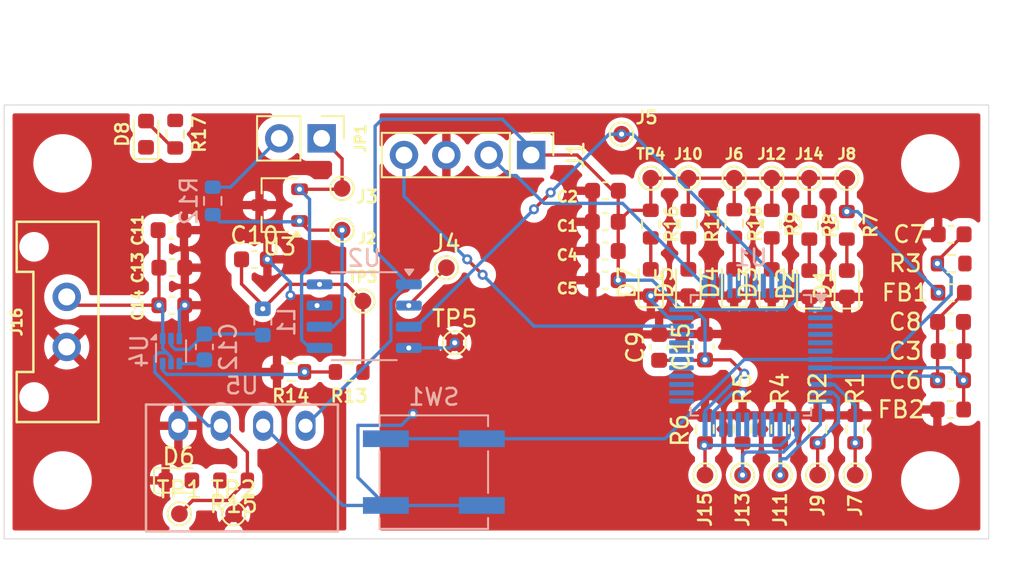
<source format=kicad_pcb>
(kicad_pcb (version 20240108) (generator "pcbnew") (generator_version "8.0")
  (layers (0 "F.Cu" signal) (31 "B.Cu" signal) (34 "B.Paste" user) (35 "F.Paste" user) (36 "B.SilkS" user "B.Silkscreen") (37 "F.SilkS" user "F.Silkscreen") (38 "B.Mask" user) (39 "F.Mask" user) (44 "Edge.Cuts" user))
  (net 0 "")
  (net 1 "GND")
  (net 2 "+3.3V")
  (net 3 "VDDA")
  (net 4 "GNDA")
  (net 5 "/NRST")
  (net 6 "+12V")
  (net 7 "GNDPWR")
  (net 8 "/PowerDist/BST")
  (net 9 "/PowerDist/SW")
  (net 10 "/3V3_Bus")
  (net 11 "Net-(D1-A)")
  (net 12 "Net-(D2-A)")
  (net 13 "Net-(D3-A)")
  (net 14 "Net-(D4-A)")
  (net 15 "Net-(D5-A)")
  (net 16 "Net-(D6-A)")
  (net 17 "/PowerDist/Fault")
  (net 18 "Net-(D7-A)")
  (net 19 "Net-(D8-A)")
  (net 20 "/RGEN_E-")
  (net 21 "/CRS_SET-")
  (net 22 "/REG-")
  (net 23 "/TSS-")
  (net 24 "/HRN_PD-")
  (net 25 "/SWCLK")
  (net 26 "/SWDIO")
  (net 27 "/CAN_L")
  (net 28 "/CAN/TERM_H")
  (net 29 "VDD")
  (net 30 "/PowerDist/FB")
  (net 31 "/12V_Ext")
  (net 32 "/CAN_H")
  (net 35 "/USART1_RX")
  (net 39 "/PB5")
  (net 43 "/CAN_RX")
  (net 45 "/PB2")
  (net 46 "/PB4")
  (net 53 "/USART1_TX")
  (net 60 "/PB3")
  (net 63 "/PB1")
  (net 64 "/CAN_TX")
  (footprint "TestPoint:TestPoint_Pad_D1.0mm" (layer "F.Cu") (at 141.5 89.5)
    (property "Reference" "J2")
    (property "Value" "Conn_01x01_Pin")
  )
  (footprint "TestPoint:TestPoint_Pad_D1.0mm" (layer "F.Cu") (at 131.75 106.5)
    (property "Reference" "TP1")
    (property "Value" "TestPoint")
  )
  (footprint "Inductor_SMD:L_0603_1608Metric" (layer "F.Cu") (at 178 93.25)
    (property "Reference" "FB1")
    (property "Value" "FerriteBead")
  )
  (footprint "Capacitor_SMD:C_0603_1608Metric" (layer "F.Cu") (at 131.25 89.5)
    (property "Reference" "C11")
    (property "Value" "10uF")
  )
  (footprint "Capacitor_SMD:C_0603_1608Metric" (layer "F.Cu") (at 177.9625 98.5)
    (property "Reference" "C6")
    (property "Value" "100nF")
  )
  (footprint "LED_SMD:LED_0603_1608Metric" (layer "F.Cu") (at 160 92.6375 90)
    (property "Reference" "D7")
    (property "Value" "3.3V")
  )
  (footprint "TestPoint:TestPoint_Pad_D1.0mm" (layer "F.Cu") (at 142.75 93.75)
    (property "Reference" "TP3")
    (property "Value" "TestPoint")
  )
  (footprint "Capacitor_SMD:C_0603_1608Metric" (layer "F.Cu") (at 160.5 96.525 90)
    (property "Reference" "C9")
    (property "Value" "100nF")
  )
  (footprint "MountingHole:MountingHole_3mm" (layer "F.Cu") (at 176.75 85.5)
    (property "Reference" "MH1" (hide yes))
    (property "Value" "M.3")
  )
  (footprint "Resistor_SMD:R_0603_1608Metric" (layer "F.Cu") (at 169.5 89.2125 -90)
    (property "Reference" "R8")
    (property "Value" "R_US")
  )
  (footprint "Resistor_SMD:R_0603_1608Metric" (layer "F.Cu") (at 167.25 89.1375 -90)
    (property "Reference" "R9")
    (property "Value" "R_US")
  )
  (footprint "LED_SMD:LED_0603_1608Metric" (layer "F.Cu") (at 162.25 92.6375 90)
    (property "Reference" "D5")
    (property "Value" "LED")
  )
  (footprint "TestPoint:TestPoint_Pad_D1.0mm" (layer "F.Cu") (at 167.75 104.175 90)
    (property "Reference" "J11")
    (property "Value" "Conn_01x01_Pin")
  )
  (footprint "TestPoint:TestPoint_Pad_D1.0mm" (layer "F.Cu") (at 165 86.3875)
    (property "Reference" "J6")
    (property "Value" "Conn_01x01_Pin")
  )
  (footprint "Resistor_SMD:R_0603_1608Metric" (layer "F.Cu") (at 141.925 98 180)
    (property "Reference" "R13")
    (property "Value" "45.3k")
  )
  (footprint "Package_TO_SOT_SMD:SOT-23W" (layer "F.Cu") (at 137.75 88 180)
    (property "Reference" "U3")
    (property "Value" "CDSOT23-T24CAN")
  )
  (footprint "LED_SMD:LED_0603_1608Metric" (layer "F.Cu") (at 131.7125 104.5)
    (property "Reference" "D6")
    (property "Value" "12V")
  )
  (footprint "Resistor_SMD:R_0603_1608Metric" (layer "F.Cu") (at 170 101.425 -90)
    (property "Reference" "R2")
    (property "Value" "10k")
  )
  (footprint "Capacitor_SMD:C_0603_1608Metric" (layer "F.Cu") (at 178 96.75)
    (property "Reference" "C3")
    (property "Value" "100nF")
  )
  (footprint "LED_SMD:LED_0603_1608Metric" (layer "F.Cu") (at 169.5 92.7125 90)
    (property "Reference" "D2")
    (property "Value" "LED")
  )
  (footprint "Resistor_SMD:R_0603_1608Metric" (layer "F.Cu") (at 171.75 89.2125 -90)
    (property "Reference" "R7")
    (property "Value" "R_US")
  )
  (footprint "Resistor_SMD:R_0603_1608Metric" (layer "F.Cu") (at 165 89.1 -90)
    (property "Reference" "R10")
    (property "Value" "R_US")
  )
  (footprint "Connector_PinHeader_2.54mm:PinHeader_1x02_P2.54mm_Vertical" (layer "F.Cu") (at 140.275 84 -90)
    (property "Reference" "JP1")
    (property "Value" "Termination Resistors")
  )
  (footprint "Resistor_SMD:R_0603_1608Metric" (layer "F.Cu") (at 131.5 83.75 -90)
    (property "Reference" "R17")
    (property "Value" "22.1k")
  )
  (footprint "Inductor_SMD:L_0603_1608Metric" (layer "F.Cu") (at 177.9625 100.25)
    (property "Reference" "FB2")
    (property "Value" "FerriteBead")
  )
  (footprint "Capacitor_SMD:C_0603_1608Metric" (layer "F.Cu") (at 136.25 91.25)
    (property "Reference" "C10")
    (property "Value" "100nF")
  )
  (footprint "Resistor_SMD:R_0603_1608Metric" (layer "F.Cu") (at 138.425 98 180)
    (property "Reference" "R14")
    (property "Value" "10k")
  )
  (footprint "Resistor_SMD:R_0603_1608Metric" (layer "F.Cu") (at 172.25 101.425 90)
    (property "Reference" "R1")
    (property "Value" "10k")
  )
  (footprint "Connector_PinHeader_2.54mm:PinHeader_1x04_P2.54mm_Vertical" (layer "F.Cu") (at 152.83 85 -90)
    (property "Reference" "J1")
    (property "Value" "SWD")
  )
  (footprint "TestPoint:TestPoint_Pad_D1.0mm" (layer "F.Cu") (at 171.75 86.3875)
    (property "Reference" "J8")
    (property "Value" "Conn_01x01_Pin")
  )
  (footprint "TestPoint:TestPoint_Pad_D1.0mm" (layer "F.Cu") (at 162.25 86.3875)
    (property "Reference" "J10")
    (property "Value" "Conn_01x01_Pin")
  )
  (footprint "TestPoint:TestPoint_Pad_D1.0mm" (layer "F.Cu") (at 172.25 104.175 90)
    (property "Reference" "J7")
    (property "Value" "Conn_01x01_Pin")
  )
  (footprint "Resistor_SMD:R_0603_1608Metric" (layer "F.Cu") (at 135 104.5 180)
    (property "Reference" "R15")
    (property "Value" "22.1k")
  )
  (footprint "Capacitor_SMD:C_0603_1608Metric" (layer "F.Cu") (at 157.275 89 180)
    (property "Reference" "C1")
    (property "Value" "4.7uF")
  )
  (footprint "TestPoint:TestPoint_Pad_D1.0mm" (layer "F.Cu") (at 141.5 87)
    (property "Reference" "J3")
    (property "Value" "Conn_01x01_Pin")
  )
  (footprint "Capacitor_SMD:C_0603_1608Metric" (layer "F.Cu") (at 178 89.75 180)
    (property "Reference" "C7")
    (property "Value" "100nF")
  )
  (footprint "Resistor_SMD:R_0603_1608Metric" (layer "F.Cu") (at 178 91.5 180)
    (property "Reference" "R3")
    (property "Value" "10K")
  )
  (footprint "LED_SMD:LED_0603_1608Metric" (layer "F.Cu") (at 171.75 92.7125 90)
    (property "Reference" "D1")
    (property "Value" "LED")
  )
  (footprint "Resistor_SMD:R_0603_1608Metric" (layer "F.Cu") (at 163.25 101.425 -90)
    (property "Reference" "R6")
    (property "Value" "10k")
  )
  (footprint "Capacitor_SMD:C_0603_1608Metric" (layer "F.Cu") (at 157.275 92.5 180)
    (property "Reference" "C5")
    (property "Value" "100nF")
  )
  (footprint "TestPoint:TestPoint_Pad_D1.0mm" (layer "F.Cu") (at 148.25 96.25)
    (property "Reference" "TP5")
    (property "Value" "TestPoint")
  )
  (footprint "LED_SMD:LED_0603_1608Metric" (layer "F.Cu") (at 129.75 83.75 90)
    (property "Reference" "D8")
    (property "Value" "12V")
  )
  (footprint "Capacitor_SMD:C_0603_1608Metric" (layer "F.Cu") (at 177.9625 95)
    (property "Reference" "C8")
    (property "Value" "100nF")
  )
  (footprint "TestPoint:TestPoint_Pad_D1.0mm" (layer "F.Cu") (at 170 104.175 90)
    (property "Reference" "J9")
    (property "Value" "Conn_01x01_Pin")
  )
  (footprint "Resistor_SMD:R_0603_1608Metric" (layer "F.Cu") (at 162.25 89.1375 -90)
    (property "Reference" "R11")
    (property "Value" "R_US")
  )
  (footprint "MountingHole:MountingHole_3mm" (layer "F.Cu") (at 124.75 104.5)
    (property "Reference" "MH3" (hide yes))
    (property "Value" "M.3")
  )
  (footprint "MountingHole:MountingHole_3mm" (layer "F.Cu") (at 124.75 85.5)
    (property "Reference" "MH2" (hide yes))
    (property "Value" "M.3")
  )
  (footprint "Resistor_SMD:R_0603_1608Metric" (layer "F.Cu") (at 165.5 101.425 -90)
    (property "Reference" "R5")
    (property "Value" "10k")
  )
  (footprint "TestPoint:TestPoint_Pad_D1.0mm" (layer "F.Cu") (at 167.25 86.3875)
    (property "Reference" "J12")
    (property "Value" "Conn_01x01_Pin")
  )
  (footprint "TestPoint:TestPoint_Pad_D1.0mm" (layer "F.Cu") (at 135 106.5)
    (property "Reference" "TP2")
    (property "Value" "TestPoint")
  )
  (footprint "TestPoint:TestPoint_Pad_D1.0mm" (layer "F.Cu") (at 163.25 104.175 90)
    (property "Reference" "J15")
    (property "Value" "Conn_01x01_Pin")
  )
  (footprint "TestPoint:TestPoint_Pad_D1.0mm" (layer "F.Cu") (at 169.5 86.3875)
    (property "Reference" "J14")
    (property "Value" "Conn_01x01_Pin")
  )
  (footprint "LED_SMD:LED_0603_1608Metric" (layer "F.Cu") (at 165 92.6375 90)
    (property "Reference" "D4")
    (property "Value" "LED")
  )
  (footprint "Capacitor_SMD:C_0603_1608Metric" (layer "F.Cu") (at 131.3 94)
    (property "Reference" "C14")
    (property "Value" "10uF")
  )
  (footprint "TestPoint:TestPoint_Pad_D1.0mm" (layer "F.Cu") (at 158.25 83.75)
    (property "Reference" "J5")
    (property "Value" "Conn_01x01_Pin")
  )
  (footprint "Capacitor_SMD:C_0603_1608Metric" (layer "F.Cu") (at 131.3 91.75)
    (property "Reference" "C13")
    (property "Value" "10uF")
  )
  (footprint "LED_SMD:LED_0603_1608Metric" (layer "F.Cu") (at 167.25 92.6375 90)
    (property "Reference" "D3")
    (property "Value" "LED")
  )
  (footprint "Capacitor_SMD:C_0603_1608Metric" (layer "F.Cu") (at 157.275 90.75 180)
    (property "Reference" "C4")
    (property "Value" "100nF")
  )
  (footprint "TestPoint:TestPoint_Pad_D1.0mm" (layer "F.Cu") (at 165.5 104.175 90)
    (property "Reference" "J13")
    (property "Value" "Conn_01x01_Pin")
  )
  (footprint "Resistor_SMD:R_0603_1608Metric" (layer "F.Cu") (at 160 89.1375 -90)
    (property "Reference" "R16")
    (property "Value" "2.2k")
  )
  (footprint "MountingHole:MountingHole_3mm" (layer "F.Cu") (at 176.75 104.5)
    (property "Reference" "MH4" (hide yes))
    (property "Value" "M.3")
  )
  (footprint "TestPoint:TestPoint_Pad_D1.0mm" (layer "F.Cu") (at 147.75 91.75)
    (property "Reference" "J4")
    (property "Value" "Conn_01x01_Pin")
  )
  (footprint "UTSVT_Connectors:Molex_MicroFit3.0_1x2xP3.00mm_PolarizingPeg_Vertical" (layer "F.Cu") (at 125 96.5 90)
    (property "Reference" "J16")
    (property "Value" "Conn_01x02_Pin")
  )
  (footprint "Capacitor_SMD:C_0603_1608Metric" (layer "F.Cu") (at 163.25 96.5 90)
    (property "Reference" "C15")
    (property "Value" "10uF")
  )
  (footprint "TestPoint:TestPoint_Pad_D1.0mm" (layer "F.Cu") (at 160 86.3875)
    (property "Reference" "TP4")
    (property "Value" "TestPoint")
  )
  (footprint "Capacitor_SMD:C_0603_1608Metric" (layer "F.Cu") (at 157.2825 87.14 180)
    (property "Reference" "C2")
    (property "Value" "300nF")
  )
  (footprint "Resistor_SMD:R_0603_1608Metric" (layer "F.Cu") (at 167.75 101.425 -90)
    (property "Reference" "R4")
    (property "Value" "10k")
  )
  (footprint "Package_TO_SOT_SMD:SOT-563" (layer "B.Cu") (at 131.25 96.75 -90)
    (property "Reference" "U4")
    (property "Value" "TPS562231DRLR")
  )
  (footprint "Inductor_SMD:L_0603_1608Metric" (layer "B.Cu") (at 136.75 95 90)
    (property "Reference" "L1")
    (property "Value" "3.3uH")
  )
  (footprint "Capacitor_SMD:C_0603_1608Metric" (layer "B.Cu") (at 133.25 96.5 90)
    (property "Reference" "C12")
    (property "Value" "100nF")
  )
  (footprint "UTSVT_ICs:RI3_DC_Converter" (layer "B.Cu") (at 135.5 101.2227)
    (property "Reference" "U5")
    (property "Value" "RO-123.3S")
  )
  (footprint "Package_QFP:LQFP-48_7x7mm_P0.5mm" (layer "B.Cu") (at 166 97 180)
    (property "Reference" "U1")
    (property "Value" "STM32L431CBTx")
  )
  (footprint "Button_Switch_SMD:SW_SPST_B3SL-1002P" (layer "B.Cu") (at 147 104 180)
    (property "Reference" "SW1")
    (property "Value" "Reset")
  )
  (footprint "Resistor_SMD:R_0603_1608Metric" (layer "B.Cu") (at 133.75 87.75 -90)
    (property "Reference" "R12")
    (property "Value" "120")
  )
  (footprint "Package_SO:SSOP-8_3.9x5.05mm_P1.27mm" (layer "B.Cu") (at 142.825 94.655 180)
    (property "Reference" "U2")
    (property "Value" "ISO1044BD")
  )
  (gr_rect (start 121.25 82) (end 180.25 108) (stroke (width 0.05)) (fill none) (layer "Edge.Cuts"))
  (segment (start 145.75 100.5) (end 145.75 96.81) (width 0.2) (layer "F.Cu") (net 1))
  (segment (start 165.5 99.25) (end 165.5 100.6) (width 0.2) (layer "F.Cu") (net 1))
  (segment (start 145.75 96.81) (end 145.5 96.56) (width 0.2) (layer "F.Cu") (net 1))
  (via (at 160 93.4375) (size 0.6) (drill 0.3) (layers "F.Cu" "B.Cu") (net 1))
  (via (at 148.25 96.25) (size 0.6) (drill 0.3) (layers "F.Cu" "B.Cu") (net 1))
  (via (at 145.5 96.56) (size 0.6) (drill 0.3) (layers "F.Cu" "B.Cu") (net 1))
  (via (at 145.75 100.5) (size 0.6) (drill 0.3) (layers "F.Cu" "B.Cu") (net 1))
  (via (at 165.5 99.25) (size 0.6) (drill 0.3) (layers "F.Cu" "B.Cu") (net 1))
  (segment (start 145.05 101.2) (end 145.75 100.5) (width 0.2) (layer "B.Cu") (net 1))
  (segment (start 141.5473 106) (end 136.77 101.2227) (width 0.2) (layer "B.Cu") (net 1))
  (segment (start 144.125 106) (end 149.875 106) (width 0.2) (layer "B.Cu") (net 1))
  (segment (start 161.8375 94.75) (end 161.06759 94.75) (width 0.2) (layer "B.Cu") (net 1))
  (segment (start 144.125 106) (end 141.5473 106) (width 0.2) (layer "B.Cu") (net 1))
  (segment (start 145.5 96.56) (end 147.94 96.56) (width 0.2) (layer "B.Cu") (net 1))
  (segment (start 145 101.2) (end 145.05 101.2) (width 0.2) (layer "B.Cu") (net 1))
  (segment (start 163.75 100.39259) (end 164.89259 99.25) (width 0.2) (layer "B.Cu") (net 1))
  (segment (start 164.89259 99.25) (end 165.5 99.25) (width 0.2) (layer "B.Cu") (net 1))
  (segment (start 142.45 104.325) (end 142.45 101.2) (width 0.2) (layer "B.Cu") (net 1))
  (segment (start 160 93.68241) (end 160 93.4375) (width 0.2) (layer "B.Cu") (net 1))
  (segment (start 144.125 106) (end 142.45 104.325) (width 0.2) (layer "B.Cu") (net 1))
  (segment (start 161.06759 94.75) (end 160 93.68241) (width 0.2) (layer "B.Cu") (net 1))
  (segment (start 142.45 101.2) (end 145 101.2) (width 0.2) (layer "B.Cu") (net 1))
  (segment (start 147.94 96.56) (end 148.25 96.25) (width 0.2) (layer "B.Cu") (net 1))
  (segment (start 163.75 101.1625) (end 163.75 100.39259) (width 0.2) (layer "B.Cu") (net 1))
  (segment (start 160 86.3875) (end 171.75 86.3875) (width 0.2) (layer "F.Cu") (net 2))
  (segment (start 160 88.3125) (end 158.7375 88.3125) (width 0.2) (layer "F.Cu") (net 2))
  (segment (start 152.83 85) (end 155.591196 85) (width 0.2) (layer "F.Cu") (net 2))
  (segment (start 160 86.3875) (end 160 88.3125) (width 0.2) (layer "F.Cu") (net 2))
  (segment (start 171.75 86.3875) (end 171.75 88.3875) (width 0.2) (layer "F.Cu") (net 2))
  (segment (start 165 86.3875) (end 165 88.275) (width 0.2) (layer "F.Cu") (net 2))
  (segment (start 165.60297 98.10297) (end 164.775 97.275) (width 0.2) (layer "F.Cu") (net 2))
  (segment (start 164.775 97.275) (end 163.25 97.275) (width 0.2) (layer "F.Cu") (net 2))
  (segment (start 162.25 86.3875) (end 162.25 88.3125) (width 0.2) (layer "F.Cu") (net 2))
  (segment (start 158.7375 88.3125) (end 158.05 89) (width 0.2) (layer "F.Cu") (net 2))
  (segment (start 160.5 97.3) (end 163.225 97.3) (width 0.2) (layer "F.Cu") (net 2))
  (segment (start 155.591196 85) (end 158.05 87.458804) (width 0.2) (layer "F.Cu") (net 2))
  (segment (start 169.5 86.3875) (end 169.5 88.3875) (width 0.2) (layer "F.Cu") (net 2))
  (segment (start 167.25 86.3875) (end 167.25 88.3125) (width 0.2) (layer "F.Cu") (net 2))
  (segment (start 163.225 97.3) (end 163.25 97.275) (width 0.2) (layer "F.Cu") (net 2))
  (segment (start 158.05 87.458804) (end 158.05 92.5) (width 0.2) (layer "F.Cu") (net 2))
  (segment (start 177.2125 93.25) (end 177.25 93.25) (width 0.2) (layer "F.Cu") (net 2))
  (via (at 158.05 92.5) (size 0.6) (drill 0.3) (layers "F.Cu" "B.Cu") (net 2))
  (via (at 177.25 93.25) (size 0.6) (drill 0.3) (layers "F.Cu" "B.Cu") (net 2))
  (via (at 165.60297 98.10297) (size 0.6) (drill 0.3) (layers "F.Cu" "B.Cu") (net 2))
  (via (at 171.75 88.3875) (size 0.6) (drill 0.3) (layers "F.Cu" "B.Cu") (net 2))
  (via (at 163.25 97.275) (size 0.6) (drill 0.3) (layers "F.Cu" "B.Cu") (net 2))
  (segment (start 162.60741 94.25) (end 161.8375 94.25) (width 0.2) (layer "B.Cu") (net 2))
  (segment (start 163.25 94.89259) (end 162.60741 94.25) (width 0.2) (layer "B.Cu") (net 2))
  (segment (start 161.8375 94.25) (end 160.0875 92.5) (width 0.2) (layer "B.Cu") (net 2))
  (segment (start 163.25 97.275) (end 163.25 94.89259) (width 0.2) (layer "B.Cu") (net 2))
  (segment (start 139.31 101.2227) (end 144.425 96.1077) (width 0.2) (layer "B.Cu") (net 2))
  (segment (start 160.0875 92.5) (end 158.05 92.5) (width 0.2) (layer "B.Cu") (net 2))
  (segment (start 172.3875 88.3875) (end 171.75 88.3875) (width 0.2) (layer "B.Cu") (net 2))
  (segment (start 161.8375 94.25) (end 168.10741 94.25) (width 0.2) (layer "B.Cu") (net 2))
  (segment (start 165.473934 98.10297) (end 165.60297 98.10297) (width 0.2) (layer "B.Cu") (net 2))
  (segment (start 151.1 82.85) (end 143.9 82.85) (width 0.2) (layer "B.Cu") (net 2))
  (segment (start 144.425 96.1077) (end 144.425 93.679448) (width 0.2) (layer "B.Cu") (net 2))
  (segment (start 144.425 93.679448) (end 145.354448 92.75) (width 0.2) (layer "B.Cu") (net 2))
  (segment (start 152.83 84.58) (end 151.1 82.85) (width 0.2) (layer "B.Cu") (net 2))
  (segment (start 163.25 100.326904) (end 165.473934 98.10297) (width 0.2) (layer "B.Cu") (net 2))
  (segment (start 168.10741 94.25) (end 168.75 93.60741) (width 0.2) (layer "B.Cu") (net 2))
  (segment (start 143.48 83.27) (end 143.48 90.73) (width 0.2) (layer "B.Cu") (net 2))
  (segment (start 177.25 93.25) (end 172.3875 88.3875) (width 0.2) (layer "B.Cu") (net 2))
  (segment (start 163.25 101.1625) (end 163.25 100.326904) (width 0.2) (layer "B.Cu") (net 2))
  (segment (start 143.9 82.85) (end 143.48 83.27) (width 0.2) (layer "B.Cu") (net 2))
  (segment (start 168.75 93.60741) (end 168.75 92.8375) (width 0.2) (layer "B.Cu") (net 2))
  (segment (start 152.83 85) (end 152.83 84.58) (width 0.2) (layer "B.Cu") (net 2))
  (segment (start 145.354448 92.75) (end 145.5 92.75) (width 0.2) (layer "B.Cu") (net 2))
  (segment (start 143.48 90.73) (end 145.5 92.75) (width 0.2) (layer "B.Cu") (net 2))
  (segment (start 178.7875 93.25) (end 177.1875 94.85) (width 0.2) (layer "F.Cu") (net 3))
  (segment (start 177.1875 94.85) (end 177.1875 98.5) (width 0.2) (layer "F.Cu") (net 3))
  (via (at 177.1875 98.5) (size 0.6) (drill 0.3) (layers "F.Cu" "B.Cu") (net 3))
  (segment (start 170.1625 98.25) (end 176.9375 98.25) (width 0.2) (layer "B.Cu") (net 3))
  (segment (start 176.9375 98.25) (end 177.1875 98.5) (width 0.2) (layer "B.Cu") (net 3))
  (segment (start 178.75 95.0125) (end 178.7375 95) (width 0.2) (layer "F.Cu") (net 4))
  (segment (start 178.75 100.25) (end 178.75 95.0125) (width 0.2) (layer "F.Cu") (net 4))
  (via (at 178.7375 98.5) (size 0.6) (drill 0.3) (layers "F.Cu" "B.Cu") (net 4))
  (segment (start 170.1625 97.75) (end 177.9875 97.75) (width 0.2) (layer "B.Cu") (net 4))
  (segment (start 177.9875 97.75) (end 178.7375 98.5) (width 0.2) (layer "B.Cu") (net 4))
  (segment (start 177.175 91.35) (end 178.775 89.75) (width 0.2) (layer "F.Cu") (net 5))
  (segment (start 177.175 91.5) (end 177.175 91.35) (width 0.2) (layer "F.Cu") (net 5))
  (via (at 177.175 91.5) (size 0.6) (drill 0.3) (layers "F.Cu" "B.Cu") (net 5))
  (segment (start 178 93.348529) (end 178 92.325) (width 0.2) (layer "B.Cu") (net 5))
  (segment (start 149.875 102) (end 160.85741 102) (width 0.2) (layer "B.Cu") (net 5))
  (segment (start 160.85741 102) (end 165.60741 97.25) (width 0.2) (layer "B.Cu") (net 5))
  (segment (start 174.098529 97.25) (end 178 93.348529) (width 0.2) (layer "B.Cu") (net 5))
  (segment (start 144.125 102) (end 149.875 102) (width 0.2) (layer "B.Cu") (net 5))
  (segment (start 165.60741 97.25) (end 170.1625 97.25) (width 0.2) (layer "B.Cu") (net 5))
  (segment (start 170.1625 97.25) (end 174.098529 97.25) (width 0.2) (layer "B.Cu") (net 5))
  (segment (start 178 92.325) (end 177.175 91.5) (width 0.2) (layer "B.Cu") (net 5))
  (segment (start 132.55 105.7) (end 134.625 105.7) (width 0.2) (layer "F.Cu") (net 6))
  (segment (start 131.75 106.5) (end 132.55 105.7) (width 0.2) (layer "F.Cu") (net 6))
  (segment (start 135.825 102.8177) (end 134.23 101.2227) (width 0.2) (layer "F.Cu") (net 6))
  (segment (start 130.525 94) (end 125.5 94) (width 0.2) (layer "F.Cu") (net 6))
  (segment (start 125.5 94) (end 125 93.5) (width 0.2) (layer "F.Cu") (net 6))
  (segment (start 130.525 94) (end 130.525 89.55) (width 0.2) (layer "F.Cu") (net 6))
  (segment (start 130.525 89.55) (end 130.475 89.5) (width 0.2) (layer "F.Cu") (net 6))
  (segment (start 134.625 105.7) (end 135.825 104.5) (width 0.2) (layer "F.Cu") (net 6))
  (segment (start 135.825 104.5) (end 135.825 102.8177) (width 0.2) (layer "F.Cu") (net 6))
  (via (at 130.525 94) (size 0.6) (drill 0.3) (layers "F.Cu" "B.Cu") (net 6))
  (segment (start 133.4727 101.2227) (end 134.23 101.2227) (width 0.2) (layer "B.Cu") (net 6))
  (segment (start 130.996828 96.85) (end 130.503172 96.85) (width 0.2) (layer "B.Cu") (net 6))
  (segment (start 130.28 97.073172) (end 130.28 98.03) (width 0.2) (layer "B.Cu") (net 6))
  (segment (start 130.75 96) (end 130.75 94.225) (width 0.2) (layer "B.Cu") (net 6))
  (segment (start 130.503172 96.85) (end 130.28 97.073172) (width 0.2) (layer "B.Cu") (net 6))
  (segment (start 131.25 97.103172) (end 130.996828 96.85) (width 0.2) (layer "B.Cu") (net 6))
  (segment (start 130.75 96) (end 130.75 96.603172) (width 0.2) (layer "B.Cu") (net 6))
  (segment (start 130.75 94.225) (end 130.525 94) (width 0.2) (layer "B.Cu") (net 6))
  (segment (start 130.28 98.03) (end 133.4727 101.2227) (width 0.2) (layer "B.Cu") (net 6))
  (segment (start 131.25 97.5) (end 131.25 97.103172) (width 0.2) (layer "B.Cu") (net 6))
  (segment (start 130.75 96.603172) (end 131.25 97.103172) (width 0.2) (layer "B.Cu") (net 6))
  (segment (start 140 94.02) (end 139.02 94.02) (width 0.2) (layer "F.Cu") (net 7))
  (segment (start 139.02 94.02) (end 138.405515 93.405515) (width 0.2) (layer "F.Cu") (net 7))
  (via (at 137.025 91.25) (size 0.6) (drill 0.3) (layers "F.Cu" "B.Cu") (net 7))
  (via (at 140 94.02) (size 0.6) (drill 0.3) (layers "F.Cu" "B.Cu") (net 7))
  (via (at 138.405515 93.405515) (size 0.6) (drill 0.3) (layers "F.Cu" "B.Cu") (net 7))
  (via (at 132.075 94) (size 0.6) (drill 0.3) (layers "F.Cu" "B.Cu") (net 7))
  (segment (start 131.75 96) (end 131.75 94.325) (width 0.2) (layer "B.Cu") (net 7))
  (segment (start 131.75 94.325) (end 132.075 94) (width 0.2) (layer "B.Cu") (net 7))
  (segment (start 140 94.02) (end 139.87 94.02) (width 0.2) (layer "B.Cu") (net 7))
  (segment (start 140.15 94.02) (end 140 94.02) (width 0.2) (layer "B.Cu") (net 7))
  (segment (start 138.405515 92.630515) (end 137.025 91.25) (width 0.2) (layer "B.Cu") (net 7))
  (segment (start 138.405515 93.405515) (end 138.405515 92.630515) (width 0.2) (layer "B.Cu") (net 7))
  (segment (start 131.75 97.5) (end 133.025 97.5) (width 0.2) (layer "B.Cu") (net 8))
  (segment (start 133.025 97.5) (end 133.25 97.275) (width 0.2) (layer "B.Cu") (net 8))
  (segment (start 131.503172 96.65) (end 132.325 96.65) (width 0.2) (layer "B.Cu") (net 9))
  (segment (start 132.325 96.65) (end 133.25 95.725) (width 0.2) (layer "B.Cu") (net 9))
  (segment (start 136.6875 95.725) (end 136.75 95.7875) (width 0.2) (layer "B.Cu") (net 9))
  (segment (start 131.25 96.396828) (end 131.503172 96.65) (width 0.2) (layer "B.Cu") (net 9))
  (segment (start 133.25 95.725) (end 136.6875 95.725) (width 0.2) (layer "B.Cu") (net 9))
  (segment (start 131.25 96) (end 131.25 96.396828) (width 0.2) (layer "B.Cu") (net 9))
  (segment (start 142.75 93.75) (end 141.75 92.75) (width 0.2) (layer "F.Cu") (net 10))
  (segment (start 141.75 92.75) (end 140.15 92.75) (width 0.2) (layer "F.Cu") (net 10))
  (segment (start 135.475 92.725) (end 135.475 91.25) (width 0.2) (layer "F.Cu") (net 10))
  (segment (start 142.75 93.75) (end 142.75 98) (width 0.2) (layer "F.Cu") (net 10))
  (segment (start 136.75 94.2125) (end 136.75 94) (width 0.2) (layer "F.Cu") (net 10))
  (segment (start 136.75 94) (end 135.475 92.725) (width 0.2) (layer "F.Cu") (net 10))
  (segment (start 138.2125 92.75) (end 136.75 94.2125) (width 0.2) (layer "F.Cu") (net 10))
  (segment (start 140.15 92.75) (end 138.2125 92.75) (width 0.2) (layer "F.Cu") (net 10))
  (via (at 136.75 94.2125) (size 0.6) (drill 0.3) (layers "F.Cu" "B.Cu") (net 10))
  (via (at 140.15 92.75) (size 0.6) (drill 0.3) (layers "F.Cu" "B.Cu") (net 10))
  (segment (start 171.75 90.0375) (end 171.75 91.925) (width 0.2) (layer "F.Cu") (net 11))
  (segment (start 169.5 90.0375) (end 169.5 91.925) (width 0.2) (layer "F.Cu") (net 12))
  (segment (start 167.25 89.9625) (end 167.25 91.85) (width 0.2) (layer "F.Cu") (net 13))
  (segment (start 165 89.925) (end 165 91.85) (width 0.2) (layer "F.Cu") (net 14))
  (segment (start 162.25 89.9625) (end 162.25 91.85) (width 0.2) (layer "F.Cu") (net 15))
  (segment (start 160 89.9625) (end 160 91.85) (width 0.2) (layer "F.Cu") (net 18))
  (segment (start 131.3625 84.575) (end 129.75 82.9625) (width 0.2) (layer "F.Cu") (net 19))
  (segment (start 131.5 84.575) (end 131.3625 84.575) (width 0.2) (layer "F.Cu") (net 19))
  (segment (start 172.25 102.25) (end 172.25 104.175) (width 0.2) (layer "F.Cu") (net 20))
  (via (at 172.25 102.25) (size 0.6) (drill 0.3) (layers "F.Cu" "B.Cu") (net 20))
  (segment (start 170.1625 98.75) (end 170.998096 98.75) (width 0.2) (layer "B.Cu") (net 20))
  (segment (start 172.25 100.001904) (end 172.25 102.25) (width 0.2) (layer "B.Cu") (net 20))
  (segment (start 170.998096 98.75) (end 172.25 100.001904) (width 0.2) (layer "B.Cu") (net 20))
  (segment (start 170 102.25) (end 170 104.175) (width 0.2) (layer "F.Cu") (net 21))
  (via (at 170 102.25) (size 0.6) (drill 0.3) (layers "F.Cu" "B.Cu") (net 21))
  (segment (start 171.25 99.56759) (end 171.25 101) (width 0.2) (layer "B.Cu") (net 21))
  (segment (start 171.25 101) (end 170 102.25) (width 0.2) (layer "B.Cu") (net 21))
  (segment (start 170.93241 99.25) (end 171.25 99.56759) (width 0.2) (layer "B.Cu") (net 21))
  (segment (start 170.1625 99.25) (end 170.93241 99.25) (width 0.2) (layer "B.Cu") (net 21))
  (segment (start 167.75 102.25) (end 167.75 104.175) (width 0.2) (layer "F.Cu") (net 22))
  (via (at 167.75 104.175) (size 0.6) (drill 0.3) (layers "F.Cu" "B.Cu") (net 22))
  (segment (start 167.78241 104.14259) (end 167.75 104.175) (width 0.2) (layer "B.Cu") (net 22))
  (segment (start 170.1625 99.75) (end 170.1625 101.151282) (width 0.2) (layer "B.Cu") (net 22))
  (segment (start 168.113782 103.2) (end 167.78241 103.2) (width 0.2) (layer "B.Cu") (net 22))
  (segment (start 170.1625 101.151282) (end 168.113782 103.2) (width 0.2) (layer "B.Cu") (net 22))
  (segment (start 167.78241 103.2) (end 167.78241 104.14259) (width 0.2) (layer "B.Cu") (net 22))
  (segment (start 165.5 102.25) (end 165.5 104.175) (width 0.2) (layer "F.Cu") (net 23))
  (via (at 165.5 104.175) (size 0.6) (drill 0.3) (layers "F.Cu" "B.Cu") (net 23))
  (segment (start 168.75 101.998096) (end 167.948096 102.8) (width 0.2) (layer "B.Cu") (net 23))
  (segment (start 165.7 102.8) (end 165.5 103) (width 0.2) (layer "B.Cu") (net 23))
  (segment (start 165.5 103) (end 165.5 104.175) (width 0.2) (layer "B.Cu") (net 23))
  (segment (start 167.948096 102.8) (end 165.7 102.8) (width 0.2) (layer "B.Cu") (net 23))
  (segment (start 168.75 101.1625) (end 168.75 101.998096) (width 0.2) (layer "B.Cu") (net 23))
  (segment (start 163.25 102.25) (end 163.25 104.175) (width 0.2) (layer "F.Cu") (net 24))
  (via (at 163.203766 102.4) (size 0.6) (drill 0.3) (layers "F.Cu" "B.Cu") (net 24))
  (segment (start 168.25 101.93241) (end 167.78241 102.4) (width 0.2) (layer "B.Cu") (net 24))
  (segment (start 167.78241 102.4) (end 163.203766 102.4) (width 0.2) (layer "B.Cu") (net 24))
  (segment (start 168.25 101.1625) (end 168.25 101.93241) (width 0.2) (layer "B.Cu") (net 24))
  (segment (start 158.3075 87.895) (end 163.25 92.8375) (width 0.2) (layer "B.Cu") (net 25))
  (segment (start 150.29 85) (end 151.52 86.23) (width 0.2) (layer "B.Cu") (net 25))
  (segment (start 153.605 87.895) (end 158.3075 87.895) (width 0.2) (layer "B.Cu") (net 25))
  (segment (start 151.52 86.23) (end 151.94 86.23) (width 0.2) (layer "B.Cu") (net 25))
  (segment (start 151.94 86.23) (end 153.605 87.895) (width 0.2) (layer "B.Cu") (net 25))
  (segment (start 149.924265 92.174265) (end 149 91.25) (width 0.2) (layer "F.Cu") (net 26))
  (via (at 149 91.25) (size 0.6) (drill 0.3) (layers "F.Cu" "B.Cu") (net 26))
  (via (at 149.924265 92.174265) (size 0.6) (drill 0.3) (layers "F.Cu" "B.Cu") (net 26))
  (segment (start 161.8375 95.25) (end 153 95.25) (width 0.2) (layer "B.Cu") (net 26))
  (segment (start 145.21 87.46) (end 145.21 85) (width 0.2) (layer "B.Cu") (net 26))
  (segment (start 149 91.25) (end 145.21 87.46) (width 0.2) (layer "B.Cu") (net 26))
  (segment (start 153 95.25) (end 149.924265 92.174265) (width 0.2) (layer "B.Cu") (net 26))
  (segment (start 141.5 87) (end 141.5 85.225) (width 0.2) (layer "F.Cu") (net 27))
  (segment (start 141.5 85.225) (end 140.275 84) (width 0.2) (layer "F.Cu") (net 27))
  (segment (start 141.45 87.05) (end 141.5 87) (width 0.2) (layer "F.Cu") (net 27))
  (segment (start 138.95 87.05) (end 141.45 87.05) (width 0.2) (layer "F.Cu") (net 27))
  (via (at 138.95 87.05) (size 0.6) (drill 0.3) (layers "F.Cu" "B.Cu") (net 27))
  (segment (start 138.95 87.05) (end 139.55 87.65) (width 0.2) (layer "B.Cu") (net 27))
  (segment (start 139.075 92.175) (end 139.075 96.075) (width 0.2) (layer "B.Cu") (net 27))
  (segment (start 139.55 87.65) (end 139.55 91.7) (width 0.2) (layer "B.Cu") (net 27))
  (segment (start 139.56 96.56) (end 140.15 96.56) (width 0.2) (layer "B.Cu") (net 27))
  (segment (start 139.075 96.075) (end 139.56 96.56) (width 0.2) (layer "B.Cu") (net 27))
  (segment (start 139.55 91.7) (end 139.075 92.175) (width 0.2) (layer "B.Cu") (net 27))
  (segment (start 134.81 86.925) (end 137.735 84) (width 0.2) (layer "B.Cu") (net 28))
  (segment (start 133.75 86.925) (end 134.81 86.925) (width 0.2) (layer "B.Cu") (net 28))
  (segment (start 139.25 98) (end 141.1 98) (width 0.2) (layer "F.Cu") (net 30))
  (via (at 139.25 98) (size 0.6) (drill 0.3) (layers "F.Cu" "B.Cu") (net 30))
  (segment (start 131.003172 98.15) (end 139.1 98.15) (width 0.2) (layer "B.Cu") (net 30))
  (segment (start 130.75 97.5) (end 130.75 97.896828) (width 0.2) (layer "B.Cu") (net 30))
  (segment (start 139.1 98.15) (end 139.25 98) (width 0.2) (layer "B.Cu") (net 30))
  (segment (start 130.75 97.896828) (end 131.003172 98.15) (width 0.2) (layer "B.Cu") (net 30))
  (segment (start 139.5 89.5) (end 138.95 88.95) (width 0.2) (layer "F.Cu") (net 32))
  (segment (start 141.5 89.5) (end 139.5 89.5) (width 0.2) (layer "F.Cu") (net 32))
  (via (at 138.95 88.95) (size 0.6) (drill 0.3) (layers "F.Cu" "B.Cu") (net 32))
  (via (at 141.5 89.5) (size 0.6) (drill 0.3) (layers "F.Cu" "B.Cu") (net 32))
  (segment (start 141.5 94.75) (end 140.96 95.29) (width 0.2) (layer "B.Cu") (net 32))
  (segment (start 133.75 88.575) (end 134.175 89) (width 0.2) (layer "B.Cu") (net 32))
  (segment (start 141.5 94.75) (end 141.5 89.5) (width 0.2) (layer "B.Cu") (net 32))
  (segment (start 138.9 89) (end 138.95 88.95) (width 0.2) (layer "B.Cu") (net 32))
  (segment (start 140.96 95.29) (end 140.15 95.29) (width 0.2) (layer "B.Cu") (net 32))
  (segment (start 134.175 89) (end 138.9 89) (width 0.2) (layer "B.Cu") (net 32))
  (segment (start 154 87.25) (end 153 88.25) (width 0.2) (layer "F.Cu") (net 43))
  (via (at 154 87.25) (size 0.6) (drill 0.3) (layers "F.Cu" "B.Cu") (net 43))
  (via (at 158.25 83.75) (size 0.6) (drill 0.3) (layers "F.Cu" "B.Cu") (net 43))
  (via (at 153 88.25) (size 0.6) (drill 0.3) (layers "F.Cu" "B.Cu") (net 43))
  (segment (start 158.25 83.75) (end 157.5 83.75) (width 0.2) (layer "B.Cu") (net 43))
  (segment (start 167.25 92.8375) (end 167.25 92.06759) (width 0.2) (layer "B.Cu") (net 43))
  (segment (start 157.5 83.75) (end 154 87.25) (width 0.2) (layer "B.Cu") (net 43))
  (segment (start 145.96 95.29) (end 145.5 95.29) (width 0.2) (layer "B.Cu") (net 43))
  (segment (start 167.25 92.06759) (end 158.93241 83.75) (width 0.2) (layer "B.Cu") (net 43))
  (segment (start 153 88.25) (end 145.96 95.29) (width 0.2) (layer "B.Cu") (net 43))
  (segment (start 158.93241 83.75) (end 158.25 83.75) (width 0.2) (layer "B.Cu") (net 43))
  (segment (start 147.75 91.75) (end 145.5 94) (width 0.2) (layer "F.Cu") (net 64))
  (segment (start 145.5 94) (end 145.5 94.02) (width 0.2) (layer "F.Cu") (net 64))
  (via (at 145.5 94.02) (size 0.6) (drill 0.3) (layers "F.Cu" "B.Cu") (net 64))
  (zone (net 1) (net_name "GND") (layer "F.Cu") (priority 1) (connect_pads (clearance 0.5)) (min_thickness 0.25) (fill yes (thermal_gap 0.5) (thermal_bridge_width 0.5))
    (polygon (pts (xy 143.75 81.75) (xy 143.75 108.25) (xy 180.5 108.25) (xy 180.5 81.75)))
  )
  (zone (net 7) (net_name "GNDPWR") (layer "F.Cu") (connect_pads (clearance 0.5)) (min_thickness 0.25) (fill yes (thermal_gap 0.5) (thermal_bridge_width 0.5))
    (polygon (pts (xy 121 81.75) (xy 121 108.25) (xy 141.75 108.25) (xy 141.75 81.75)))
  )
)
</source>
